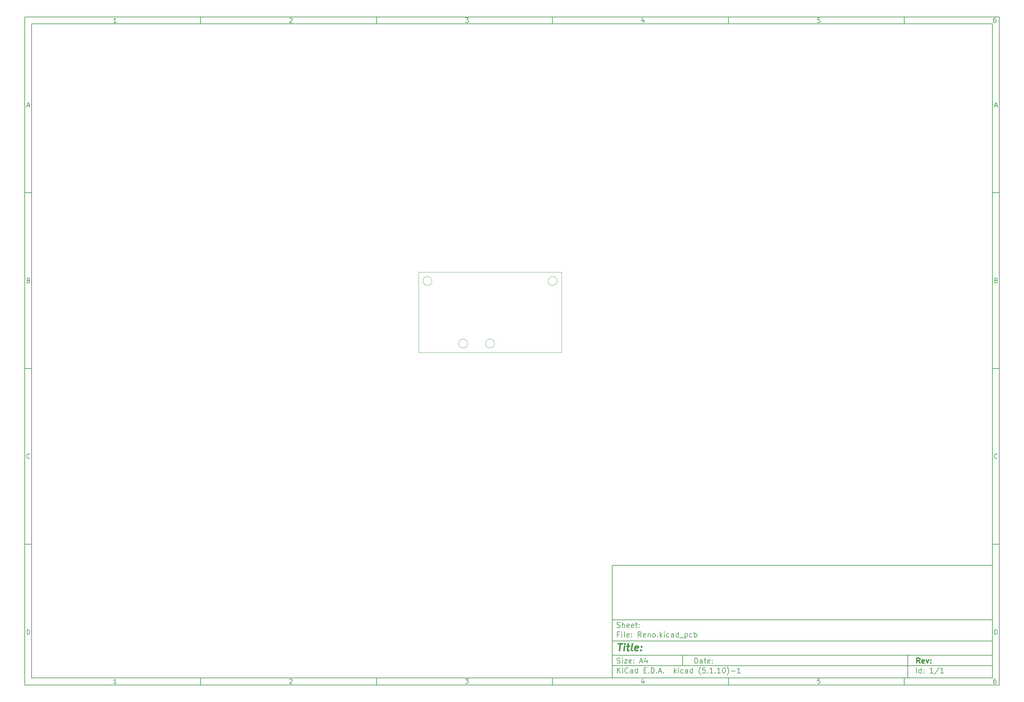
<source format=gbr>
%TF.GenerationSoftware,KiCad,Pcbnew,(5.1.10)-1*%
%TF.CreationDate,2021-09-25T22:05:34-07:00*%
%TF.ProjectId,Reno,52656e6f-2e6b-4696-9361-645f70636258,rev?*%
%TF.SameCoordinates,Original*%
%TF.FileFunction,Profile,NP*%
%FSLAX46Y46*%
G04 Gerber Fmt 4.6, Leading zero omitted, Abs format (unit mm)*
G04 Created by KiCad (PCBNEW (5.1.10)-1) date 2021-09-25 22:05:34*
%MOMM*%
%LPD*%
G01*
G04 APERTURE LIST*
%ADD10C,0.100000*%
%ADD11C,0.150000*%
%ADD12C,0.300000*%
%ADD13C,0.400000*%
%TA.AperFunction,Profile*%
%ADD14C,0.050000*%
%TD*%
%TA.AperFunction,Profile*%
%ADD15C,0.100000*%
%TD*%
G04 APERTURE END LIST*
D10*
D11*
X177002200Y-166007200D02*
X177002200Y-198007200D01*
X285002200Y-198007200D01*
X285002200Y-166007200D01*
X177002200Y-166007200D01*
D10*
D11*
X10000000Y-10000000D02*
X10000000Y-200007200D01*
X287002200Y-200007200D01*
X287002200Y-10000000D01*
X10000000Y-10000000D01*
D10*
D11*
X12000000Y-12000000D02*
X12000000Y-198007200D01*
X285002200Y-198007200D01*
X285002200Y-12000000D01*
X12000000Y-12000000D01*
D10*
D11*
X60000000Y-12000000D02*
X60000000Y-10000000D01*
D10*
D11*
X110000000Y-12000000D02*
X110000000Y-10000000D01*
D10*
D11*
X160000000Y-12000000D02*
X160000000Y-10000000D01*
D10*
D11*
X210000000Y-12000000D02*
X210000000Y-10000000D01*
D10*
D11*
X260000000Y-12000000D02*
X260000000Y-10000000D01*
D10*
D11*
X36065476Y-11588095D02*
X35322619Y-11588095D01*
X35694047Y-11588095D02*
X35694047Y-10288095D01*
X35570238Y-10473809D01*
X35446428Y-10597619D01*
X35322619Y-10659523D01*
D10*
D11*
X85322619Y-10411904D02*
X85384523Y-10350000D01*
X85508333Y-10288095D01*
X85817857Y-10288095D01*
X85941666Y-10350000D01*
X86003571Y-10411904D01*
X86065476Y-10535714D01*
X86065476Y-10659523D01*
X86003571Y-10845238D01*
X85260714Y-11588095D01*
X86065476Y-11588095D01*
D10*
D11*
X135260714Y-10288095D02*
X136065476Y-10288095D01*
X135632142Y-10783333D01*
X135817857Y-10783333D01*
X135941666Y-10845238D01*
X136003571Y-10907142D01*
X136065476Y-11030952D01*
X136065476Y-11340476D01*
X136003571Y-11464285D01*
X135941666Y-11526190D01*
X135817857Y-11588095D01*
X135446428Y-11588095D01*
X135322619Y-11526190D01*
X135260714Y-11464285D01*
D10*
D11*
X185941666Y-10721428D02*
X185941666Y-11588095D01*
X185632142Y-10226190D02*
X185322619Y-11154761D01*
X186127380Y-11154761D01*
D10*
D11*
X236003571Y-10288095D02*
X235384523Y-10288095D01*
X235322619Y-10907142D01*
X235384523Y-10845238D01*
X235508333Y-10783333D01*
X235817857Y-10783333D01*
X235941666Y-10845238D01*
X236003571Y-10907142D01*
X236065476Y-11030952D01*
X236065476Y-11340476D01*
X236003571Y-11464285D01*
X235941666Y-11526190D01*
X235817857Y-11588095D01*
X235508333Y-11588095D01*
X235384523Y-11526190D01*
X235322619Y-11464285D01*
D10*
D11*
X285941666Y-10288095D02*
X285694047Y-10288095D01*
X285570238Y-10350000D01*
X285508333Y-10411904D01*
X285384523Y-10597619D01*
X285322619Y-10845238D01*
X285322619Y-11340476D01*
X285384523Y-11464285D01*
X285446428Y-11526190D01*
X285570238Y-11588095D01*
X285817857Y-11588095D01*
X285941666Y-11526190D01*
X286003571Y-11464285D01*
X286065476Y-11340476D01*
X286065476Y-11030952D01*
X286003571Y-10907142D01*
X285941666Y-10845238D01*
X285817857Y-10783333D01*
X285570238Y-10783333D01*
X285446428Y-10845238D01*
X285384523Y-10907142D01*
X285322619Y-11030952D01*
D10*
D11*
X60000000Y-198007200D02*
X60000000Y-200007200D01*
D10*
D11*
X110000000Y-198007200D02*
X110000000Y-200007200D01*
D10*
D11*
X160000000Y-198007200D02*
X160000000Y-200007200D01*
D10*
D11*
X210000000Y-198007200D02*
X210000000Y-200007200D01*
D10*
D11*
X260000000Y-198007200D02*
X260000000Y-200007200D01*
D10*
D11*
X36065476Y-199595295D02*
X35322619Y-199595295D01*
X35694047Y-199595295D02*
X35694047Y-198295295D01*
X35570238Y-198481009D01*
X35446428Y-198604819D01*
X35322619Y-198666723D01*
D10*
D11*
X85322619Y-198419104D02*
X85384523Y-198357200D01*
X85508333Y-198295295D01*
X85817857Y-198295295D01*
X85941666Y-198357200D01*
X86003571Y-198419104D01*
X86065476Y-198542914D01*
X86065476Y-198666723D01*
X86003571Y-198852438D01*
X85260714Y-199595295D01*
X86065476Y-199595295D01*
D10*
D11*
X135260714Y-198295295D02*
X136065476Y-198295295D01*
X135632142Y-198790533D01*
X135817857Y-198790533D01*
X135941666Y-198852438D01*
X136003571Y-198914342D01*
X136065476Y-199038152D01*
X136065476Y-199347676D01*
X136003571Y-199471485D01*
X135941666Y-199533390D01*
X135817857Y-199595295D01*
X135446428Y-199595295D01*
X135322619Y-199533390D01*
X135260714Y-199471485D01*
D10*
D11*
X185941666Y-198728628D02*
X185941666Y-199595295D01*
X185632142Y-198233390D02*
X185322619Y-199161961D01*
X186127380Y-199161961D01*
D10*
D11*
X236003571Y-198295295D02*
X235384523Y-198295295D01*
X235322619Y-198914342D01*
X235384523Y-198852438D01*
X235508333Y-198790533D01*
X235817857Y-198790533D01*
X235941666Y-198852438D01*
X236003571Y-198914342D01*
X236065476Y-199038152D01*
X236065476Y-199347676D01*
X236003571Y-199471485D01*
X235941666Y-199533390D01*
X235817857Y-199595295D01*
X235508333Y-199595295D01*
X235384523Y-199533390D01*
X235322619Y-199471485D01*
D10*
D11*
X285941666Y-198295295D02*
X285694047Y-198295295D01*
X285570238Y-198357200D01*
X285508333Y-198419104D01*
X285384523Y-198604819D01*
X285322619Y-198852438D01*
X285322619Y-199347676D01*
X285384523Y-199471485D01*
X285446428Y-199533390D01*
X285570238Y-199595295D01*
X285817857Y-199595295D01*
X285941666Y-199533390D01*
X286003571Y-199471485D01*
X286065476Y-199347676D01*
X286065476Y-199038152D01*
X286003571Y-198914342D01*
X285941666Y-198852438D01*
X285817857Y-198790533D01*
X285570238Y-198790533D01*
X285446428Y-198852438D01*
X285384523Y-198914342D01*
X285322619Y-199038152D01*
D10*
D11*
X10000000Y-60000000D02*
X12000000Y-60000000D01*
D10*
D11*
X10000000Y-110000000D02*
X12000000Y-110000000D01*
D10*
D11*
X10000000Y-160000000D02*
X12000000Y-160000000D01*
D10*
D11*
X10690476Y-35216666D02*
X11309523Y-35216666D01*
X10566666Y-35588095D02*
X11000000Y-34288095D01*
X11433333Y-35588095D01*
D10*
D11*
X11092857Y-84907142D02*
X11278571Y-84969047D01*
X11340476Y-85030952D01*
X11402380Y-85154761D01*
X11402380Y-85340476D01*
X11340476Y-85464285D01*
X11278571Y-85526190D01*
X11154761Y-85588095D01*
X10659523Y-85588095D01*
X10659523Y-84288095D01*
X11092857Y-84288095D01*
X11216666Y-84350000D01*
X11278571Y-84411904D01*
X11340476Y-84535714D01*
X11340476Y-84659523D01*
X11278571Y-84783333D01*
X11216666Y-84845238D01*
X11092857Y-84907142D01*
X10659523Y-84907142D01*
D10*
D11*
X11402380Y-135464285D02*
X11340476Y-135526190D01*
X11154761Y-135588095D01*
X11030952Y-135588095D01*
X10845238Y-135526190D01*
X10721428Y-135402380D01*
X10659523Y-135278571D01*
X10597619Y-135030952D01*
X10597619Y-134845238D01*
X10659523Y-134597619D01*
X10721428Y-134473809D01*
X10845238Y-134350000D01*
X11030952Y-134288095D01*
X11154761Y-134288095D01*
X11340476Y-134350000D01*
X11402380Y-134411904D01*
D10*
D11*
X10659523Y-185588095D02*
X10659523Y-184288095D01*
X10969047Y-184288095D01*
X11154761Y-184350000D01*
X11278571Y-184473809D01*
X11340476Y-184597619D01*
X11402380Y-184845238D01*
X11402380Y-185030952D01*
X11340476Y-185278571D01*
X11278571Y-185402380D01*
X11154761Y-185526190D01*
X10969047Y-185588095D01*
X10659523Y-185588095D01*
D10*
D11*
X287002200Y-60000000D02*
X285002200Y-60000000D01*
D10*
D11*
X287002200Y-110000000D02*
X285002200Y-110000000D01*
D10*
D11*
X287002200Y-160000000D02*
X285002200Y-160000000D01*
D10*
D11*
X285692676Y-35216666D02*
X286311723Y-35216666D01*
X285568866Y-35588095D02*
X286002200Y-34288095D01*
X286435533Y-35588095D01*
D10*
D11*
X286095057Y-84907142D02*
X286280771Y-84969047D01*
X286342676Y-85030952D01*
X286404580Y-85154761D01*
X286404580Y-85340476D01*
X286342676Y-85464285D01*
X286280771Y-85526190D01*
X286156961Y-85588095D01*
X285661723Y-85588095D01*
X285661723Y-84288095D01*
X286095057Y-84288095D01*
X286218866Y-84350000D01*
X286280771Y-84411904D01*
X286342676Y-84535714D01*
X286342676Y-84659523D01*
X286280771Y-84783333D01*
X286218866Y-84845238D01*
X286095057Y-84907142D01*
X285661723Y-84907142D01*
D10*
D11*
X286404580Y-135464285D02*
X286342676Y-135526190D01*
X286156961Y-135588095D01*
X286033152Y-135588095D01*
X285847438Y-135526190D01*
X285723628Y-135402380D01*
X285661723Y-135278571D01*
X285599819Y-135030952D01*
X285599819Y-134845238D01*
X285661723Y-134597619D01*
X285723628Y-134473809D01*
X285847438Y-134350000D01*
X286033152Y-134288095D01*
X286156961Y-134288095D01*
X286342676Y-134350000D01*
X286404580Y-134411904D01*
D10*
D11*
X285661723Y-185588095D02*
X285661723Y-184288095D01*
X285971247Y-184288095D01*
X286156961Y-184350000D01*
X286280771Y-184473809D01*
X286342676Y-184597619D01*
X286404580Y-184845238D01*
X286404580Y-185030952D01*
X286342676Y-185278571D01*
X286280771Y-185402380D01*
X286156961Y-185526190D01*
X285971247Y-185588095D01*
X285661723Y-185588095D01*
D10*
D11*
X200434342Y-193785771D02*
X200434342Y-192285771D01*
X200791485Y-192285771D01*
X201005771Y-192357200D01*
X201148628Y-192500057D01*
X201220057Y-192642914D01*
X201291485Y-192928628D01*
X201291485Y-193142914D01*
X201220057Y-193428628D01*
X201148628Y-193571485D01*
X201005771Y-193714342D01*
X200791485Y-193785771D01*
X200434342Y-193785771D01*
X202577200Y-193785771D02*
X202577200Y-193000057D01*
X202505771Y-192857200D01*
X202362914Y-192785771D01*
X202077200Y-192785771D01*
X201934342Y-192857200D01*
X202577200Y-193714342D02*
X202434342Y-193785771D01*
X202077200Y-193785771D01*
X201934342Y-193714342D01*
X201862914Y-193571485D01*
X201862914Y-193428628D01*
X201934342Y-193285771D01*
X202077200Y-193214342D01*
X202434342Y-193214342D01*
X202577200Y-193142914D01*
X203077200Y-192785771D02*
X203648628Y-192785771D01*
X203291485Y-192285771D02*
X203291485Y-193571485D01*
X203362914Y-193714342D01*
X203505771Y-193785771D01*
X203648628Y-193785771D01*
X204720057Y-193714342D02*
X204577200Y-193785771D01*
X204291485Y-193785771D01*
X204148628Y-193714342D01*
X204077200Y-193571485D01*
X204077200Y-193000057D01*
X204148628Y-192857200D01*
X204291485Y-192785771D01*
X204577200Y-192785771D01*
X204720057Y-192857200D01*
X204791485Y-193000057D01*
X204791485Y-193142914D01*
X204077200Y-193285771D01*
X205434342Y-193642914D02*
X205505771Y-193714342D01*
X205434342Y-193785771D01*
X205362914Y-193714342D01*
X205434342Y-193642914D01*
X205434342Y-193785771D01*
X205434342Y-192857200D02*
X205505771Y-192928628D01*
X205434342Y-193000057D01*
X205362914Y-192928628D01*
X205434342Y-192857200D01*
X205434342Y-193000057D01*
D10*
D11*
X177002200Y-194507200D02*
X285002200Y-194507200D01*
D10*
D11*
X178434342Y-196585771D02*
X178434342Y-195085771D01*
X179291485Y-196585771D02*
X178648628Y-195728628D01*
X179291485Y-195085771D02*
X178434342Y-195942914D01*
X179934342Y-196585771D02*
X179934342Y-195585771D01*
X179934342Y-195085771D02*
X179862914Y-195157200D01*
X179934342Y-195228628D01*
X180005771Y-195157200D01*
X179934342Y-195085771D01*
X179934342Y-195228628D01*
X181505771Y-196442914D02*
X181434342Y-196514342D01*
X181220057Y-196585771D01*
X181077200Y-196585771D01*
X180862914Y-196514342D01*
X180720057Y-196371485D01*
X180648628Y-196228628D01*
X180577200Y-195942914D01*
X180577200Y-195728628D01*
X180648628Y-195442914D01*
X180720057Y-195300057D01*
X180862914Y-195157200D01*
X181077200Y-195085771D01*
X181220057Y-195085771D01*
X181434342Y-195157200D01*
X181505771Y-195228628D01*
X182791485Y-196585771D02*
X182791485Y-195800057D01*
X182720057Y-195657200D01*
X182577200Y-195585771D01*
X182291485Y-195585771D01*
X182148628Y-195657200D01*
X182791485Y-196514342D02*
X182648628Y-196585771D01*
X182291485Y-196585771D01*
X182148628Y-196514342D01*
X182077200Y-196371485D01*
X182077200Y-196228628D01*
X182148628Y-196085771D01*
X182291485Y-196014342D01*
X182648628Y-196014342D01*
X182791485Y-195942914D01*
X184148628Y-196585771D02*
X184148628Y-195085771D01*
X184148628Y-196514342D02*
X184005771Y-196585771D01*
X183720057Y-196585771D01*
X183577200Y-196514342D01*
X183505771Y-196442914D01*
X183434342Y-196300057D01*
X183434342Y-195871485D01*
X183505771Y-195728628D01*
X183577200Y-195657200D01*
X183720057Y-195585771D01*
X184005771Y-195585771D01*
X184148628Y-195657200D01*
X186005771Y-195800057D02*
X186505771Y-195800057D01*
X186720057Y-196585771D02*
X186005771Y-196585771D01*
X186005771Y-195085771D01*
X186720057Y-195085771D01*
X187362914Y-196442914D02*
X187434342Y-196514342D01*
X187362914Y-196585771D01*
X187291485Y-196514342D01*
X187362914Y-196442914D01*
X187362914Y-196585771D01*
X188077200Y-196585771D02*
X188077200Y-195085771D01*
X188434342Y-195085771D01*
X188648628Y-195157200D01*
X188791485Y-195300057D01*
X188862914Y-195442914D01*
X188934342Y-195728628D01*
X188934342Y-195942914D01*
X188862914Y-196228628D01*
X188791485Y-196371485D01*
X188648628Y-196514342D01*
X188434342Y-196585771D01*
X188077200Y-196585771D01*
X189577200Y-196442914D02*
X189648628Y-196514342D01*
X189577200Y-196585771D01*
X189505771Y-196514342D01*
X189577200Y-196442914D01*
X189577200Y-196585771D01*
X190220057Y-196157200D02*
X190934342Y-196157200D01*
X190077200Y-196585771D02*
X190577200Y-195085771D01*
X191077200Y-196585771D01*
X191577200Y-196442914D02*
X191648628Y-196514342D01*
X191577200Y-196585771D01*
X191505771Y-196514342D01*
X191577200Y-196442914D01*
X191577200Y-196585771D01*
X194577200Y-196585771D02*
X194577200Y-195085771D01*
X194720057Y-196014342D02*
X195148628Y-196585771D01*
X195148628Y-195585771D02*
X194577200Y-196157200D01*
X195791485Y-196585771D02*
X195791485Y-195585771D01*
X195791485Y-195085771D02*
X195720057Y-195157200D01*
X195791485Y-195228628D01*
X195862914Y-195157200D01*
X195791485Y-195085771D01*
X195791485Y-195228628D01*
X197148628Y-196514342D02*
X197005771Y-196585771D01*
X196720057Y-196585771D01*
X196577200Y-196514342D01*
X196505771Y-196442914D01*
X196434342Y-196300057D01*
X196434342Y-195871485D01*
X196505771Y-195728628D01*
X196577200Y-195657200D01*
X196720057Y-195585771D01*
X197005771Y-195585771D01*
X197148628Y-195657200D01*
X198434342Y-196585771D02*
X198434342Y-195800057D01*
X198362914Y-195657200D01*
X198220057Y-195585771D01*
X197934342Y-195585771D01*
X197791485Y-195657200D01*
X198434342Y-196514342D02*
X198291485Y-196585771D01*
X197934342Y-196585771D01*
X197791485Y-196514342D01*
X197720057Y-196371485D01*
X197720057Y-196228628D01*
X197791485Y-196085771D01*
X197934342Y-196014342D01*
X198291485Y-196014342D01*
X198434342Y-195942914D01*
X199791485Y-196585771D02*
X199791485Y-195085771D01*
X199791485Y-196514342D02*
X199648628Y-196585771D01*
X199362914Y-196585771D01*
X199220057Y-196514342D01*
X199148628Y-196442914D01*
X199077200Y-196300057D01*
X199077200Y-195871485D01*
X199148628Y-195728628D01*
X199220057Y-195657200D01*
X199362914Y-195585771D01*
X199648628Y-195585771D01*
X199791485Y-195657200D01*
X202077200Y-197157200D02*
X202005771Y-197085771D01*
X201862914Y-196871485D01*
X201791485Y-196728628D01*
X201720057Y-196514342D01*
X201648628Y-196157200D01*
X201648628Y-195871485D01*
X201720057Y-195514342D01*
X201791485Y-195300057D01*
X201862914Y-195157200D01*
X202005771Y-194942914D01*
X202077200Y-194871485D01*
X203362914Y-195085771D02*
X202648628Y-195085771D01*
X202577200Y-195800057D01*
X202648628Y-195728628D01*
X202791485Y-195657200D01*
X203148628Y-195657200D01*
X203291485Y-195728628D01*
X203362914Y-195800057D01*
X203434342Y-195942914D01*
X203434342Y-196300057D01*
X203362914Y-196442914D01*
X203291485Y-196514342D01*
X203148628Y-196585771D01*
X202791485Y-196585771D01*
X202648628Y-196514342D01*
X202577200Y-196442914D01*
X204077200Y-196442914D02*
X204148628Y-196514342D01*
X204077200Y-196585771D01*
X204005771Y-196514342D01*
X204077200Y-196442914D01*
X204077200Y-196585771D01*
X205577200Y-196585771D02*
X204720057Y-196585771D01*
X205148628Y-196585771D02*
X205148628Y-195085771D01*
X205005771Y-195300057D01*
X204862914Y-195442914D01*
X204720057Y-195514342D01*
X206220057Y-196442914D02*
X206291485Y-196514342D01*
X206220057Y-196585771D01*
X206148628Y-196514342D01*
X206220057Y-196442914D01*
X206220057Y-196585771D01*
X207720057Y-196585771D02*
X206862914Y-196585771D01*
X207291485Y-196585771D02*
X207291485Y-195085771D01*
X207148628Y-195300057D01*
X207005771Y-195442914D01*
X206862914Y-195514342D01*
X208648628Y-195085771D02*
X208791485Y-195085771D01*
X208934342Y-195157200D01*
X209005771Y-195228628D01*
X209077200Y-195371485D01*
X209148628Y-195657200D01*
X209148628Y-196014342D01*
X209077200Y-196300057D01*
X209005771Y-196442914D01*
X208934342Y-196514342D01*
X208791485Y-196585771D01*
X208648628Y-196585771D01*
X208505771Y-196514342D01*
X208434342Y-196442914D01*
X208362914Y-196300057D01*
X208291485Y-196014342D01*
X208291485Y-195657200D01*
X208362914Y-195371485D01*
X208434342Y-195228628D01*
X208505771Y-195157200D01*
X208648628Y-195085771D01*
X209648628Y-197157200D02*
X209720057Y-197085771D01*
X209862914Y-196871485D01*
X209934342Y-196728628D01*
X210005771Y-196514342D01*
X210077200Y-196157200D01*
X210077200Y-195871485D01*
X210005771Y-195514342D01*
X209934342Y-195300057D01*
X209862914Y-195157200D01*
X209720057Y-194942914D01*
X209648628Y-194871485D01*
X210791485Y-196014342D02*
X211934342Y-196014342D01*
X213434342Y-196585771D02*
X212577200Y-196585771D01*
X213005771Y-196585771D02*
X213005771Y-195085771D01*
X212862914Y-195300057D01*
X212720057Y-195442914D01*
X212577200Y-195514342D01*
D10*
D11*
X177002200Y-191507200D02*
X285002200Y-191507200D01*
D10*
D12*
X264411485Y-193785771D02*
X263911485Y-193071485D01*
X263554342Y-193785771D02*
X263554342Y-192285771D01*
X264125771Y-192285771D01*
X264268628Y-192357200D01*
X264340057Y-192428628D01*
X264411485Y-192571485D01*
X264411485Y-192785771D01*
X264340057Y-192928628D01*
X264268628Y-193000057D01*
X264125771Y-193071485D01*
X263554342Y-193071485D01*
X265625771Y-193714342D02*
X265482914Y-193785771D01*
X265197200Y-193785771D01*
X265054342Y-193714342D01*
X264982914Y-193571485D01*
X264982914Y-193000057D01*
X265054342Y-192857200D01*
X265197200Y-192785771D01*
X265482914Y-192785771D01*
X265625771Y-192857200D01*
X265697200Y-193000057D01*
X265697200Y-193142914D01*
X264982914Y-193285771D01*
X266197200Y-192785771D02*
X266554342Y-193785771D01*
X266911485Y-192785771D01*
X267482914Y-193642914D02*
X267554342Y-193714342D01*
X267482914Y-193785771D01*
X267411485Y-193714342D01*
X267482914Y-193642914D01*
X267482914Y-193785771D01*
X267482914Y-192857200D02*
X267554342Y-192928628D01*
X267482914Y-193000057D01*
X267411485Y-192928628D01*
X267482914Y-192857200D01*
X267482914Y-193000057D01*
D10*
D11*
X178362914Y-193714342D02*
X178577200Y-193785771D01*
X178934342Y-193785771D01*
X179077200Y-193714342D01*
X179148628Y-193642914D01*
X179220057Y-193500057D01*
X179220057Y-193357200D01*
X179148628Y-193214342D01*
X179077200Y-193142914D01*
X178934342Y-193071485D01*
X178648628Y-193000057D01*
X178505771Y-192928628D01*
X178434342Y-192857200D01*
X178362914Y-192714342D01*
X178362914Y-192571485D01*
X178434342Y-192428628D01*
X178505771Y-192357200D01*
X178648628Y-192285771D01*
X179005771Y-192285771D01*
X179220057Y-192357200D01*
X179862914Y-193785771D02*
X179862914Y-192785771D01*
X179862914Y-192285771D02*
X179791485Y-192357200D01*
X179862914Y-192428628D01*
X179934342Y-192357200D01*
X179862914Y-192285771D01*
X179862914Y-192428628D01*
X180434342Y-192785771D02*
X181220057Y-192785771D01*
X180434342Y-193785771D01*
X181220057Y-193785771D01*
X182362914Y-193714342D02*
X182220057Y-193785771D01*
X181934342Y-193785771D01*
X181791485Y-193714342D01*
X181720057Y-193571485D01*
X181720057Y-193000057D01*
X181791485Y-192857200D01*
X181934342Y-192785771D01*
X182220057Y-192785771D01*
X182362914Y-192857200D01*
X182434342Y-193000057D01*
X182434342Y-193142914D01*
X181720057Y-193285771D01*
X183077200Y-193642914D02*
X183148628Y-193714342D01*
X183077200Y-193785771D01*
X183005771Y-193714342D01*
X183077200Y-193642914D01*
X183077200Y-193785771D01*
X183077200Y-192857200D02*
X183148628Y-192928628D01*
X183077200Y-193000057D01*
X183005771Y-192928628D01*
X183077200Y-192857200D01*
X183077200Y-193000057D01*
X184862914Y-193357200D02*
X185577200Y-193357200D01*
X184720057Y-193785771D02*
X185220057Y-192285771D01*
X185720057Y-193785771D01*
X186862914Y-192785771D02*
X186862914Y-193785771D01*
X186505771Y-192214342D02*
X186148628Y-193285771D01*
X187077200Y-193285771D01*
D10*
D11*
X263434342Y-196585771D02*
X263434342Y-195085771D01*
X264791485Y-196585771D02*
X264791485Y-195085771D01*
X264791485Y-196514342D02*
X264648628Y-196585771D01*
X264362914Y-196585771D01*
X264220057Y-196514342D01*
X264148628Y-196442914D01*
X264077200Y-196300057D01*
X264077200Y-195871485D01*
X264148628Y-195728628D01*
X264220057Y-195657200D01*
X264362914Y-195585771D01*
X264648628Y-195585771D01*
X264791485Y-195657200D01*
X265505771Y-196442914D02*
X265577200Y-196514342D01*
X265505771Y-196585771D01*
X265434342Y-196514342D01*
X265505771Y-196442914D01*
X265505771Y-196585771D01*
X265505771Y-195657200D02*
X265577200Y-195728628D01*
X265505771Y-195800057D01*
X265434342Y-195728628D01*
X265505771Y-195657200D01*
X265505771Y-195800057D01*
X268148628Y-196585771D02*
X267291485Y-196585771D01*
X267720057Y-196585771D02*
X267720057Y-195085771D01*
X267577200Y-195300057D01*
X267434342Y-195442914D01*
X267291485Y-195514342D01*
X269862914Y-195014342D02*
X268577200Y-196942914D01*
X271148628Y-196585771D02*
X270291485Y-196585771D01*
X270720057Y-196585771D02*
X270720057Y-195085771D01*
X270577200Y-195300057D01*
X270434342Y-195442914D01*
X270291485Y-195514342D01*
D10*
D11*
X177002200Y-187507200D02*
X285002200Y-187507200D01*
D10*
D13*
X178714580Y-188211961D02*
X179857438Y-188211961D01*
X179036009Y-190211961D02*
X179286009Y-188211961D01*
X180274104Y-190211961D02*
X180440771Y-188878628D01*
X180524104Y-188211961D02*
X180416961Y-188307200D01*
X180500295Y-188402438D01*
X180607438Y-188307200D01*
X180524104Y-188211961D01*
X180500295Y-188402438D01*
X181107438Y-188878628D02*
X181869342Y-188878628D01*
X181476485Y-188211961D02*
X181262200Y-189926247D01*
X181333628Y-190116723D01*
X181512200Y-190211961D01*
X181702676Y-190211961D01*
X182655057Y-190211961D02*
X182476485Y-190116723D01*
X182405057Y-189926247D01*
X182619342Y-188211961D01*
X184190771Y-190116723D02*
X183988390Y-190211961D01*
X183607438Y-190211961D01*
X183428866Y-190116723D01*
X183357438Y-189926247D01*
X183452676Y-189164342D01*
X183571723Y-188973866D01*
X183774104Y-188878628D01*
X184155057Y-188878628D01*
X184333628Y-188973866D01*
X184405057Y-189164342D01*
X184381247Y-189354819D01*
X183405057Y-189545295D01*
X185155057Y-190021485D02*
X185238390Y-190116723D01*
X185131247Y-190211961D01*
X185047914Y-190116723D01*
X185155057Y-190021485D01*
X185131247Y-190211961D01*
X185286009Y-188973866D02*
X185369342Y-189069104D01*
X185262200Y-189164342D01*
X185178866Y-189069104D01*
X185286009Y-188973866D01*
X185262200Y-189164342D01*
D10*
D11*
X178934342Y-185600057D02*
X178434342Y-185600057D01*
X178434342Y-186385771D02*
X178434342Y-184885771D01*
X179148628Y-184885771D01*
X179720057Y-186385771D02*
X179720057Y-185385771D01*
X179720057Y-184885771D02*
X179648628Y-184957200D01*
X179720057Y-185028628D01*
X179791485Y-184957200D01*
X179720057Y-184885771D01*
X179720057Y-185028628D01*
X180648628Y-186385771D02*
X180505771Y-186314342D01*
X180434342Y-186171485D01*
X180434342Y-184885771D01*
X181791485Y-186314342D02*
X181648628Y-186385771D01*
X181362914Y-186385771D01*
X181220057Y-186314342D01*
X181148628Y-186171485D01*
X181148628Y-185600057D01*
X181220057Y-185457200D01*
X181362914Y-185385771D01*
X181648628Y-185385771D01*
X181791485Y-185457200D01*
X181862914Y-185600057D01*
X181862914Y-185742914D01*
X181148628Y-185885771D01*
X182505771Y-186242914D02*
X182577200Y-186314342D01*
X182505771Y-186385771D01*
X182434342Y-186314342D01*
X182505771Y-186242914D01*
X182505771Y-186385771D01*
X182505771Y-185457200D02*
X182577200Y-185528628D01*
X182505771Y-185600057D01*
X182434342Y-185528628D01*
X182505771Y-185457200D01*
X182505771Y-185600057D01*
X185220057Y-186385771D02*
X184720057Y-185671485D01*
X184362914Y-186385771D02*
X184362914Y-184885771D01*
X184934342Y-184885771D01*
X185077200Y-184957200D01*
X185148628Y-185028628D01*
X185220057Y-185171485D01*
X185220057Y-185385771D01*
X185148628Y-185528628D01*
X185077200Y-185600057D01*
X184934342Y-185671485D01*
X184362914Y-185671485D01*
X186434342Y-186314342D02*
X186291485Y-186385771D01*
X186005771Y-186385771D01*
X185862914Y-186314342D01*
X185791485Y-186171485D01*
X185791485Y-185600057D01*
X185862914Y-185457200D01*
X186005771Y-185385771D01*
X186291485Y-185385771D01*
X186434342Y-185457200D01*
X186505771Y-185600057D01*
X186505771Y-185742914D01*
X185791485Y-185885771D01*
X187148628Y-185385771D02*
X187148628Y-186385771D01*
X187148628Y-185528628D02*
X187220057Y-185457200D01*
X187362914Y-185385771D01*
X187577200Y-185385771D01*
X187720057Y-185457200D01*
X187791485Y-185600057D01*
X187791485Y-186385771D01*
X188720057Y-186385771D02*
X188577200Y-186314342D01*
X188505771Y-186242914D01*
X188434342Y-186100057D01*
X188434342Y-185671485D01*
X188505771Y-185528628D01*
X188577200Y-185457200D01*
X188720057Y-185385771D01*
X188934342Y-185385771D01*
X189077200Y-185457200D01*
X189148628Y-185528628D01*
X189220057Y-185671485D01*
X189220057Y-186100057D01*
X189148628Y-186242914D01*
X189077200Y-186314342D01*
X188934342Y-186385771D01*
X188720057Y-186385771D01*
X189862914Y-186242914D02*
X189934342Y-186314342D01*
X189862914Y-186385771D01*
X189791485Y-186314342D01*
X189862914Y-186242914D01*
X189862914Y-186385771D01*
X190577200Y-186385771D02*
X190577200Y-184885771D01*
X190720057Y-185814342D02*
X191148628Y-186385771D01*
X191148628Y-185385771D02*
X190577200Y-185957200D01*
X191791485Y-186385771D02*
X191791485Y-185385771D01*
X191791485Y-184885771D02*
X191720057Y-184957200D01*
X191791485Y-185028628D01*
X191862914Y-184957200D01*
X191791485Y-184885771D01*
X191791485Y-185028628D01*
X193148628Y-186314342D02*
X193005771Y-186385771D01*
X192720057Y-186385771D01*
X192577200Y-186314342D01*
X192505771Y-186242914D01*
X192434342Y-186100057D01*
X192434342Y-185671485D01*
X192505771Y-185528628D01*
X192577200Y-185457200D01*
X192720057Y-185385771D01*
X193005771Y-185385771D01*
X193148628Y-185457200D01*
X194434342Y-186385771D02*
X194434342Y-185600057D01*
X194362914Y-185457200D01*
X194220057Y-185385771D01*
X193934342Y-185385771D01*
X193791485Y-185457200D01*
X194434342Y-186314342D02*
X194291485Y-186385771D01*
X193934342Y-186385771D01*
X193791485Y-186314342D01*
X193720057Y-186171485D01*
X193720057Y-186028628D01*
X193791485Y-185885771D01*
X193934342Y-185814342D01*
X194291485Y-185814342D01*
X194434342Y-185742914D01*
X195791485Y-186385771D02*
X195791485Y-184885771D01*
X195791485Y-186314342D02*
X195648628Y-186385771D01*
X195362914Y-186385771D01*
X195220057Y-186314342D01*
X195148628Y-186242914D01*
X195077200Y-186100057D01*
X195077200Y-185671485D01*
X195148628Y-185528628D01*
X195220057Y-185457200D01*
X195362914Y-185385771D01*
X195648628Y-185385771D01*
X195791485Y-185457200D01*
X196148628Y-186528628D02*
X197291485Y-186528628D01*
X197648628Y-185385771D02*
X197648628Y-186885771D01*
X197648628Y-185457200D02*
X197791485Y-185385771D01*
X198077200Y-185385771D01*
X198220057Y-185457200D01*
X198291485Y-185528628D01*
X198362914Y-185671485D01*
X198362914Y-186100057D01*
X198291485Y-186242914D01*
X198220057Y-186314342D01*
X198077200Y-186385771D01*
X197791485Y-186385771D01*
X197648628Y-186314342D01*
X199648628Y-186314342D02*
X199505771Y-186385771D01*
X199220057Y-186385771D01*
X199077200Y-186314342D01*
X199005771Y-186242914D01*
X198934342Y-186100057D01*
X198934342Y-185671485D01*
X199005771Y-185528628D01*
X199077200Y-185457200D01*
X199220057Y-185385771D01*
X199505771Y-185385771D01*
X199648628Y-185457200D01*
X200291485Y-186385771D02*
X200291485Y-184885771D01*
X200291485Y-185457200D02*
X200434342Y-185385771D01*
X200720057Y-185385771D01*
X200862914Y-185457200D01*
X200934342Y-185528628D01*
X201005771Y-185671485D01*
X201005771Y-186100057D01*
X200934342Y-186242914D01*
X200862914Y-186314342D01*
X200720057Y-186385771D01*
X200434342Y-186385771D01*
X200291485Y-186314342D01*
D10*
D11*
X177002200Y-181507200D02*
X285002200Y-181507200D01*
D10*
D11*
X178362914Y-183614342D02*
X178577200Y-183685771D01*
X178934342Y-183685771D01*
X179077200Y-183614342D01*
X179148628Y-183542914D01*
X179220057Y-183400057D01*
X179220057Y-183257200D01*
X179148628Y-183114342D01*
X179077200Y-183042914D01*
X178934342Y-182971485D01*
X178648628Y-182900057D01*
X178505771Y-182828628D01*
X178434342Y-182757200D01*
X178362914Y-182614342D01*
X178362914Y-182471485D01*
X178434342Y-182328628D01*
X178505771Y-182257200D01*
X178648628Y-182185771D01*
X179005771Y-182185771D01*
X179220057Y-182257200D01*
X179862914Y-183685771D02*
X179862914Y-182185771D01*
X180505771Y-183685771D02*
X180505771Y-182900057D01*
X180434342Y-182757200D01*
X180291485Y-182685771D01*
X180077200Y-182685771D01*
X179934342Y-182757200D01*
X179862914Y-182828628D01*
X181791485Y-183614342D02*
X181648628Y-183685771D01*
X181362914Y-183685771D01*
X181220057Y-183614342D01*
X181148628Y-183471485D01*
X181148628Y-182900057D01*
X181220057Y-182757200D01*
X181362914Y-182685771D01*
X181648628Y-182685771D01*
X181791485Y-182757200D01*
X181862914Y-182900057D01*
X181862914Y-183042914D01*
X181148628Y-183185771D01*
X183077200Y-183614342D02*
X182934342Y-183685771D01*
X182648628Y-183685771D01*
X182505771Y-183614342D01*
X182434342Y-183471485D01*
X182434342Y-182900057D01*
X182505771Y-182757200D01*
X182648628Y-182685771D01*
X182934342Y-182685771D01*
X183077200Y-182757200D01*
X183148628Y-182900057D01*
X183148628Y-183042914D01*
X182434342Y-183185771D01*
X183577200Y-182685771D02*
X184148628Y-182685771D01*
X183791485Y-182185771D02*
X183791485Y-183471485D01*
X183862914Y-183614342D01*
X184005771Y-183685771D01*
X184148628Y-183685771D01*
X184648628Y-183542914D02*
X184720057Y-183614342D01*
X184648628Y-183685771D01*
X184577200Y-183614342D01*
X184648628Y-183542914D01*
X184648628Y-183685771D01*
X184648628Y-182757200D02*
X184720057Y-182828628D01*
X184648628Y-182900057D01*
X184577200Y-182828628D01*
X184648628Y-182757200D01*
X184648628Y-182900057D01*
D10*
D11*
X197002200Y-191507200D02*
X197002200Y-194507200D01*
D10*
D11*
X261002200Y-191507200D02*
X261002200Y-198007200D01*
D14*
X143510000Y-102870000D02*
G75*
G03*
X143510000Y-102870000I-1270000J0D01*
G01*
X135890000Y-102870000D02*
G75*
G03*
X135890000Y-102870000I-1270000J0D01*
G01*
X125730000Y-85090000D02*
G75*
G03*
X125730000Y-85090000I-1270000J0D01*
G01*
X161290000Y-85090000D02*
G75*
G03*
X161290000Y-85090000I-1270000J0D01*
G01*
D15*
X162560000Y-82550000D02*
X162560000Y-105410000D01*
X121920000Y-82550000D02*
X162560000Y-82550000D01*
X121920000Y-105410000D02*
X121920000Y-82550000D01*
X162560000Y-105410000D02*
X121920000Y-105410000D01*
M02*

</source>
